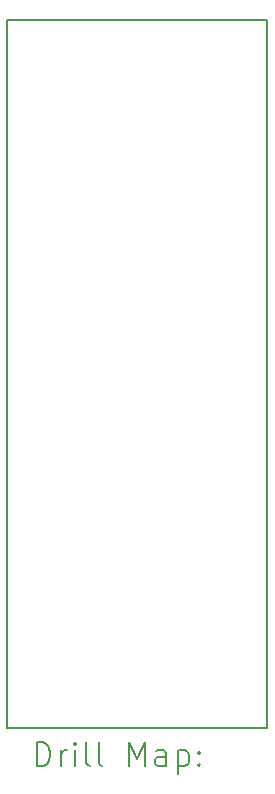
<source format=gbr>
%FSLAX45Y45*%
G04 Gerber Fmt 4.5, Leading zero omitted, Abs format (unit mm)*
G04 Created by KiCad (PCBNEW 6.0.2+dfsg-1) date 2022-07-08 08:02:09*
%MOMM*%
%LPD*%
G01*
G04 APERTURE LIST*
%TA.AperFunction,Profile*%
%ADD10C,0.150000*%
%TD*%
%ADD11C,0.200000*%
G04 APERTURE END LIST*
D10*
X12300000Y-9900000D02*
X12300000Y-3900000D01*
X12300000Y-3900000D02*
X14500000Y-3900000D01*
X14500000Y-3900000D02*
X14500000Y-9900000D01*
X14500000Y-9900000D02*
X12300000Y-9900000D01*
D11*
X12550119Y-10217976D02*
X12550119Y-10017976D01*
X12597738Y-10017976D01*
X12626309Y-10027500D01*
X12645357Y-10046548D01*
X12654881Y-10065595D01*
X12664405Y-10103690D01*
X12664405Y-10132262D01*
X12654881Y-10170357D01*
X12645357Y-10189405D01*
X12626309Y-10208452D01*
X12597738Y-10217976D01*
X12550119Y-10217976D01*
X12750119Y-10217976D02*
X12750119Y-10084643D01*
X12750119Y-10122738D02*
X12759643Y-10103690D01*
X12769167Y-10094167D01*
X12788214Y-10084643D01*
X12807262Y-10084643D01*
X12873928Y-10217976D02*
X12873928Y-10084643D01*
X12873928Y-10017976D02*
X12864405Y-10027500D01*
X12873928Y-10037024D01*
X12883452Y-10027500D01*
X12873928Y-10017976D01*
X12873928Y-10037024D01*
X12997738Y-10217976D02*
X12978690Y-10208452D01*
X12969167Y-10189405D01*
X12969167Y-10017976D01*
X13102500Y-10217976D02*
X13083452Y-10208452D01*
X13073928Y-10189405D01*
X13073928Y-10017976D01*
X13331071Y-10217976D02*
X13331071Y-10017976D01*
X13397738Y-10160833D01*
X13464405Y-10017976D01*
X13464405Y-10217976D01*
X13645357Y-10217976D02*
X13645357Y-10113214D01*
X13635833Y-10094167D01*
X13616786Y-10084643D01*
X13578690Y-10084643D01*
X13559643Y-10094167D01*
X13645357Y-10208452D02*
X13626309Y-10217976D01*
X13578690Y-10217976D01*
X13559643Y-10208452D01*
X13550119Y-10189405D01*
X13550119Y-10170357D01*
X13559643Y-10151310D01*
X13578690Y-10141786D01*
X13626309Y-10141786D01*
X13645357Y-10132262D01*
X13740595Y-10084643D02*
X13740595Y-10284643D01*
X13740595Y-10094167D02*
X13759643Y-10084643D01*
X13797738Y-10084643D01*
X13816786Y-10094167D01*
X13826309Y-10103690D01*
X13835833Y-10122738D01*
X13835833Y-10179881D01*
X13826309Y-10198929D01*
X13816786Y-10208452D01*
X13797738Y-10217976D01*
X13759643Y-10217976D01*
X13740595Y-10208452D01*
X13921548Y-10198929D02*
X13931071Y-10208452D01*
X13921548Y-10217976D01*
X13912024Y-10208452D01*
X13921548Y-10198929D01*
X13921548Y-10217976D01*
X13921548Y-10094167D02*
X13931071Y-10103690D01*
X13921548Y-10113214D01*
X13912024Y-10103690D01*
X13921548Y-10094167D01*
X13921548Y-10113214D01*
M02*

</source>
